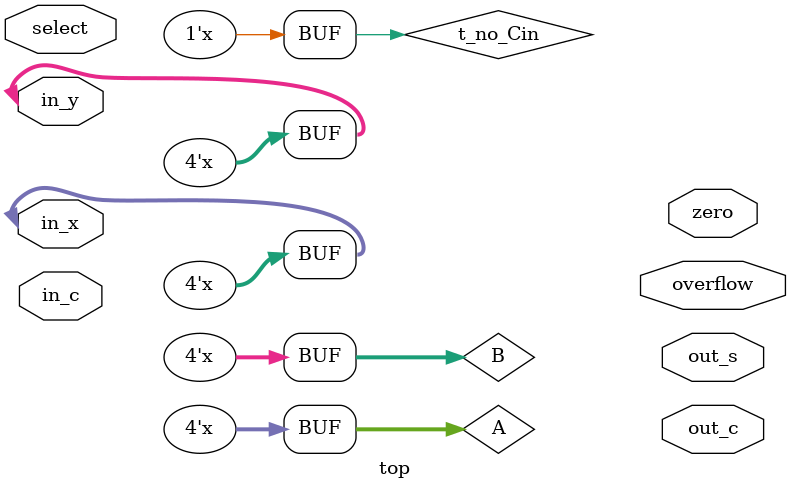
<source format=v>
module top(
        input [2:0] select,
        input in_c,
        input [3:0] in_x,
        input [3:0] in_y,
        output reg [3:0] out_s,
        output reg out_c,
        output reg zero,
        output reg overflow
    );
    wire Cin;
    wire [3:0] A;
    wire [3:0] B;
    wire  [3:0] Result;
    wire  Carry;
    wire  Zero;
    wire  Overflow;

    adder u_adder(
              .Cin(Cin),
              .A(A),
              .B(B),
              .Result(Result),
              .Carry(Carry),
              .Zero(Zero),
              .Overflow(Overflow)
          );

    always @(*) begin
        case(select)
            1'd0: begin
                Cin = 0;
                A = in_x;
                B = in_y;
            end
            1'd1: begin
                in_c = 1;
                in_x = in_x;
                in_y = {3'b000, in_c} ^ in_y;
                t_no_Cin = {4{in_c}}^in_y;
            end

        endcase
    end

endmodule

</source>
